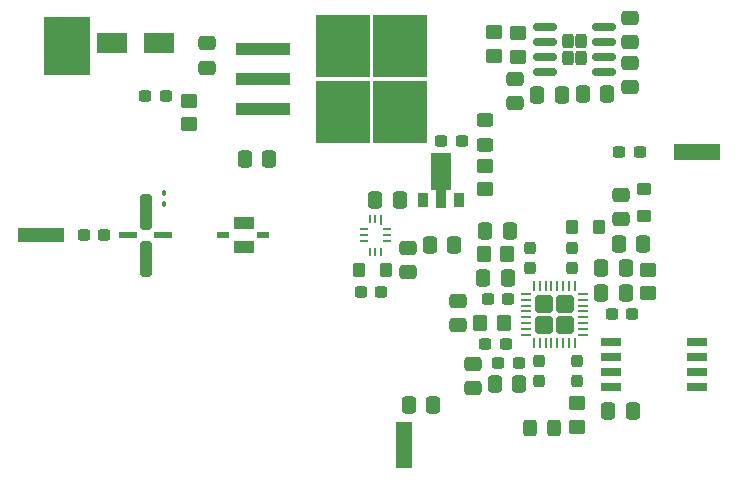
<source format=gbr>
%TF.GenerationSoftware,KiCad,Pcbnew,(6.0.2)*%
%TF.CreationDate,2022-09-18T20:27:38+02:00*%
%TF.ProjectId,8-4GHzDSN_V2,382d3447-487a-4445-934e-5f56322e6b69,rev?*%
%TF.SameCoordinates,Original*%
%TF.FileFunction,Paste,Top*%
%TF.FilePolarity,Positive*%
%FSLAX46Y46*%
G04 Gerber Fmt 4.6, Leading zero omitted, Abs format (unit mm)*
G04 Created by KiCad (PCBNEW (6.0.2)) date 2022-09-18 20:27:38*
%MOMM*%
%LPD*%
G01*
G04 APERTURE LIST*
G04 Aperture macros list*
%AMRoundRect*
0 Rectangle with rounded corners*
0 $1 Rounding radius*
0 $2 $3 $4 $5 $6 $7 $8 $9 X,Y pos of 4 corners*
0 Add a 4 corners polygon primitive as box body*
4,1,4,$2,$3,$4,$5,$6,$7,$8,$9,$2,$3,0*
0 Add four circle primitives for the rounded corners*
1,1,$1+$1,$2,$3*
1,1,$1+$1,$4,$5*
1,1,$1+$1,$6,$7*
1,1,$1+$1,$8,$9*
0 Add four rect primitives between the rounded corners*
20,1,$1+$1,$2,$3,$4,$5,0*
20,1,$1+$1,$4,$5,$6,$7,0*
20,1,$1+$1,$6,$7,$8,$9,0*
20,1,$1+$1,$8,$9,$2,$3,0*%
%AMFreePoly0*
4,1,9,3.862500,-0.866500,0.737500,-0.866500,0.737500,-0.450000,-0.737500,-0.450000,-0.737500,0.450000,0.737500,0.450000,0.737500,0.866500,3.862500,0.866500,3.862500,-0.866500,3.862500,-0.866500,$1*%
G04 Aperture macros list end*
%ADD10RoundRect,0.250000X0.450000X-0.350000X0.450000X0.350000X-0.450000X0.350000X-0.450000X-0.350000X0*%
%ADD11RoundRect,0.250000X-0.337500X-0.475000X0.337500X-0.475000X0.337500X0.475000X-0.337500X0.475000X0*%
%ADD12RoundRect,0.250000X0.337500X0.475000X-0.337500X0.475000X-0.337500X-0.475000X0.337500X-0.475000X0*%
%ADD13RoundRect,0.062500X-0.062500X0.362500X-0.062500X-0.362500X0.062500X-0.362500X0.062500X0.362500X0*%
%ADD14RoundRect,0.062500X-0.062500X0.312500X-0.062500X-0.312500X0.062500X-0.312500X0.062500X0.312500X0*%
%ADD15RoundRect,0.062500X-0.312500X0.062500X-0.312500X-0.062500X0.312500X-0.062500X0.312500X0.062500X0*%
%ADD16RoundRect,0.237500X0.300000X0.237500X-0.300000X0.237500X-0.300000X-0.237500X0.300000X-0.237500X0*%
%ADD17RoundRect,0.237500X-0.237500X0.300000X-0.237500X-0.300000X0.237500X-0.300000X0.237500X0.300000X0*%
%ADD18RoundRect,0.250000X0.475000X-0.337500X0.475000X0.337500X-0.475000X0.337500X-0.475000X-0.337500X0*%
%ADD19RoundRect,0.250000X-0.275000X-0.350000X0.275000X-0.350000X0.275000X0.350000X-0.275000X0.350000X0*%
%ADD20R,4.000000X1.400000*%
%ADD21R,1.500000X0.500000*%
%ADD22RoundRect,0.250000X-0.250000X-1.250000X0.250000X-1.250000X0.250000X1.250000X-0.250000X1.250000X0*%
%ADD23R,4.000000X5.000000*%
%ADD24RoundRect,0.250000X-0.475000X0.337500X-0.475000X-0.337500X0.475000X-0.337500X0.475000X0.337500X0*%
%ADD25RoundRect,0.250000X-0.450000X0.350000X-0.450000X-0.350000X0.450000X-0.350000X0.450000X0.350000X0*%
%ADD26RoundRect,0.237500X-0.300000X-0.237500X0.300000X-0.237500X0.300000X0.237500X-0.300000X0.237500X0*%
%ADD27R,1.000000X0.600000*%
%ADD28R,1.750000X1.000000*%
%ADD29R,0.900000X1.300000*%
%ADD30FreePoly0,90.000000*%
%ADD31R,4.550000X5.250000*%
%ADD32R,4.600000X1.100000*%
%ADD33RoundRect,0.250000X0.350000X0.450000X-0.350000X0.450000X-0.350000X-0.450000X0.350000X-0.450000X0*%
%ADD34RoundRect,0.240000X0.240000X0.385000X-0.240000X0.385000X-0.240000X-0.385000X0.240000X-0.385000X0*%
%ADD35RoundRect,0.150000X0.825000X0.150000X-0.825000X0.150000X-0.825000X-0.150000X0.825000X-0.150000X0*%
%ADD36RoundRect,0.250000X-0.350000X0.275000X-0.350000X-0.275000X0.350000X-0.275000X0.350000X0.275000X0*%
%ADD37RoundRect,0.090000X-0.090000X0.139000X-0.090000X-0.139000X0.090000X-0.139000X0.090000X0.139000X0*%
%ADD38R,2.500000X1.800000*%
%ADD39RoundRect,0.250000X-0.325000X-0.450000X0.325000X-0.450000X0.325000X0.450000X-0.325000X0.450000X0*%
%ADD40R,4.000000X1.300000*%
%ADD41RoundRect,0.250000X0.505000X0.505000X-0.505000X0.505000X-0.505000X-0.505000X0.505000X-0.505000X0*%
%ADD42RoundRect,0.062500X0.375000X0.062500X-0.375000X0.062500X-0.375000X-0.062500X0.375000X-0.062500X0*%
%ADD43RoundRect,0.062500X0.062500X0.375000X-0.062500X0.375000X-0.062500X-0.375000X0.062500X-0.375000X0*%
%ADD44R,1.400000X4.000000*%
%ADD45RoundRect,0.237500X0.237500X-0.300000X0.237500X0.300000X-0.237500X0.300000X-0.237500X-0.300000X0*%
%ADD46R,1.700000X0.650000*%
%ADD47RoundRect,0.250000X-0.450000X0.325000X-0.450000X-0.325000X0.450000X-0.325000X0.450000X0.325000X0*%
G04 APERTURE END LIST*
D10*
%TO.C,R22*%
X153600000Y-124900000D03*
X153600000Y-122900000D03*
%TD*%
D11*
%TO.C,C14*%
X130512500Y-117000000D03*
X132587500Y-117000000D03*
%TD*%
D12*
%TO.C,C40*%
X141937500Y-119600000D03*
X139862500Y-119600000D03*
%TD*%
D10*
%TO.C,R3*%
X139850000Y-116100000D03*
X139850000Y-114100000D03*
%TD*%
D13*
%TO.C,U11*%
X131050000Y-118675000D03*
D14*
X130550000Y-118625000D03*
X130050000Y-118625000D03*
D15*
X129550000Y-119500000D03*
X129550000Y-120000000D03*
X129550000Y-120500000D03*
D14*
X130050000Y-121375000D03*
X130550000Y-121375000D03*
X131050000Y-121375000D03*
D15*
X131550000Y-120500000D03*
X131550000Y-120000000D03*
X131550000Y-119500000D03*
%TD*%
D16*
%TO.C,C25*%
X141562500Y-129200000D03*
X139837500Y-129200000D03*
%TD*%
D17*
%TO.C,C34*%
X144400000Y-130637500D03*
X144400000Y-132362500D03*
%TD*%
D12*
%TO.C,C22*%
X141737500Y-123600000D03*
X139662500Y-123600000D03*
%TD*%
%TO.C,C38*%
X137237500Y-120800000D03*
X135162500Y-120800000D03*
%TD*%
D18*
%TO.C,C6*%
X152102500Y-107457500D03*
X152102500Y-105382500D03*
%TD*%
D19*
%TO.C,L22*%
X147150000Y-119300000D03*
X149450000Y-119300000D03*
%TD*%
D16*
%TO.C,C23*%
X141762500Y-125400000D03*
X140037500Y-125400000D03*
%TD*%
D20*
%TO.C,J3*%
X157800000Y-112914000D03*
%TD*%
D11*
%TO.C,C29*%
X133362500Y-134400000D03*
X135437500Y-134400000D03*
%TD*%
D16*
%TO.C,C15*%
X131025000Y-124800000D03*
X129300000Y-124800000D03*
%TD*%
D21*
%TO.C,U1*%
X109600000Y-120000000D03*
D22*
X111100000Y-122000000D03*
D21*
X112600000Y-120000000D03*
D22*
X111100000Y-118000000D03*
%TD*%
D16*
%TO.C,C28*%
X142662500Y-130800000D03*
X140937500Y-130800000D03*
%TD*%
D19*
%TO.C,L3*%
X129150000Y-122900000D03*
X131450000Y-122900000D03*
%TD*%
D23*
%TO.C,J1*%
X104450000Y-103950000D03*
%TD*%
D24*
%TO.C,C39*%
X137500000Y-125562500D03*
X137500000Y-127637500D03*
%TD*%
%TO.C,C24*%
X138800000Y-130862500D03*
X138800000Y-132937500D03*
%TD*%
D25*
%TO.C,R5*%
X140600000Y-102800000D03*
X140600000Y-104800000D03*
%TD*%
D26*
%TO.C,C3*%
X105875000Y-120000000D03*
X107600000Y-120000000D03*
%TD*%
D27*
%TO.C,U5*%
X117600000Y-120000000D03*
X121000000Y-120000000D03*
D28*
X119400000Y-121000000D03*
X119400000Y-119000000D03*
%TD*%
D12*
%TO.C,C5*%
X121537500Y-113500000D03*
X119462500Y-113500000D03*
%TD*%
D11*
%TO.C,C21*%
X150262500Y-134900000D03*
X152337500Y-134900000D03*
%TD*%
D18*
%TO.C,C13*%
X133300000Y-123137500D03*
X133300000Y-121062500D03*
%TD*%
D29*
%TO.C,Q1*%
X134600000Y-117000000D03*
D30*
X136100000Y-116912500D03*
D29*
X137600000Y-117000000D03*
%TD*%
D26*
%TO.C,C4*%
X111075000Y-108200000D03*
X112800000Y-108200000D03*
%TD*%
D25*
%TO.C,R1*%
X114750000Y-108612500D03*
X114750000Y-110612500D03*
%TD*%
D11*
%TO.C,C11*%
X148105000Y-108052500D03*
X150180000Y-108052500D03*
%TD*%
%TO.C,C27*%
X151162500Y-120700000D03*
X153237500Y-120700000D03*
%TD*%
D18*
%TO.C,C2*%
X116250000Y-105825000D03*
X116250000Y-103750000D03*
%TD*%
D26*
%TO.C,C32*%
X150537500Y-126700000D03*
X152262500Y-126700000D03*
%TD*%
D31*
%TO.C,U3*%
X132625000Y-104000000D03*
X127775000Y-104000000D03*
X127775000Y-109550000D03*
X132625000Y-109550000D03*
D32*
X121050000Y-104235000D03*
X121050000Y-106775000D03*
X121050000Y-109315000D03*
%TD*%
D33*
%TO.C,R21*%
X141400000Y-127400000D03*
X139400000Y-127400000D03*
%TD*%
D11*
%TO.C,C18*%
X144262500Y-108100000D03*
X146337500Y-108100000D03*
%TD*%
D26*
%TO.C,C17*%
X151200000Y-112914000D03*
X152925000Y-112914000D03*
%TD*%
D34*
%TO.C,U15*%
X146832500Y-103532500D03*
X147972500Y-103532500D03*
X147972500Y-105032500D03*
X146832500Y-105032500D03*
D35*
X149877500Y-106187500D03*
X149877500Y-104917500D03*
X149877500Y-103647500D03*
X149877500Y-102377500D03*
X144927500Y-102377500D03*
X144927500Y-103647500D03*
X144927500Y-104917500D03*
X144927500Y-106187500D03*
%TD*%
D36*
%TO.C,L21*%
X153300000Y-116050000D03*
X153300000Y-118350000D03*
%TD*%
D26*
%TO.C,C16*%
X136137500Y-112000000D03*
X137862500Y-112000000D03*
%TD*%
D24*
%TO.C,C10*%
X152102500Y-101582500D03*
X152102500Y-103657500D03*
%TD*%
D37*
%TO.C,L1*%
X112637500Y-117320000D03*
X112637500Y-116455000D03*
%TD*%
D18*
%TO.C,C37*%
X151300000Y-118637500D03*
X151300000Y-116562500D03*
%TD*%
D38*
%TO.C,D1*%
X112250000Y-103750000D03*
X108250000Y-103750000D03*
%TD*%
D11*
%TO.C,C35*%
X149662500Y-124900000D03*
X151737500Y-124900000D03*
%TD*%
D39*
%TO.C,D21*%
X143650000Y-136300000D03*
X145700000Y-136300000D03*
%TD*%
D17*
%TO.C,C33*%
X147600000Y-130637500D03*
X147600000Y-132362500D03*
%TD*%
D33*
%TO.C,R24*%
X141700000Y-121600000D03*
X139700000Y-121600000D03*
%TD*%
D11*
%TO.C,C36*%
X149662500Y-122800000D03*
X151737500Y-122800000D03*
%TD*%
D40*
%TO.C,J2*%
X102250000Y-120000000D03*
%TD*%
D41*
%TO.C,U22*%
X144800000Y-125800000D03*
X144800000Y-127600000D03*
X146600000Y-127600000D03*
X146600000Y-125800000D03*
D42*
X148137500Y-128450000D03*
X148137500Y-127950000D03*
X148137500Y-127450000D03*
X148137500Y-126950000D03*
X148137500Y-126450000D03*
X148137500Y-125950000D03*
X148137500Y-125450000D03*
X148137500Y-124950000D03*
D43*
X147450000Y-124262500D03*
X146950000Y-124262500D03*
X146450000Y-124262500D03*
X145950000Y-124262500D03*
X145450000Y-124262500D03*
X144950000Y-124262500D03*
X144450000Y-124262500D03*
X143950000Y-124262500D03*
D42*
X143262500Y-124950000D03*
X143262500Y-125450000D03*
X143262500Y-125950000D03*
X143262500Y-126450000D03*
X143262500Y-126950000D03*
X143262500Y-127450000D03*
X143262500Y-127950000D03*
X143262500Y-128450000D03*
D43*
X143950000Y-129137500D03*
X144450000Y-129137500D03*
X144950000Y-129137500D03*
X145450000Y-129137500D03*
X145950000Y-129137500D03*
X146450000Y-129137500D03*
X146950000Y-129137500D03*
X147450000Y-129137500D03*
%TD*%
D44*
%TO.C,J4*%
X133000000Y-137750000D03*
%TD*%
D12*
%TO.C,C26*%
X142737500Y-132600000D03*
X140662500Y-132600000D03*
%TD*%
D18*
%TO.C,C12*%
X142400000Y-108837500D03*
X142400000Y-106762500D03*
%TD*%
D45*
%TO.C,C31*%
X143600000Y-122762500D03*
X143600000Y-121037500D03*
%TD*%
%TO.C,C30*%
X147200000Y-122762500D03*
X147200000Y-121037500D03*
%TD*%
D46*
%TO.C,U21*%
X157750000Y-132805000D03*
X157750000Y-131535000D03*
X157750000Y-130265000D03*
X157750000Y-128995000D03*
X150450000Y-128995000D03*
X150450000Y-130265000D03*
X150450000Y-131535000D03*
X150450000Y-132805000D03*
%TD*%
D10*
%TO.C,R23*%
X147600000Y-136200000D03*
X147600000Y-134200000D03*
%TD*%
D47*
%TO.C,L4*%
X139800000Y-110275000D03*
X139800000Y-112325000D03*
%TD*%
D10*
%TO.C,R4*%
X142580000Y-104871250D03*
X142580000Y-102871250D03*
%TD*%
M02*

</source>
